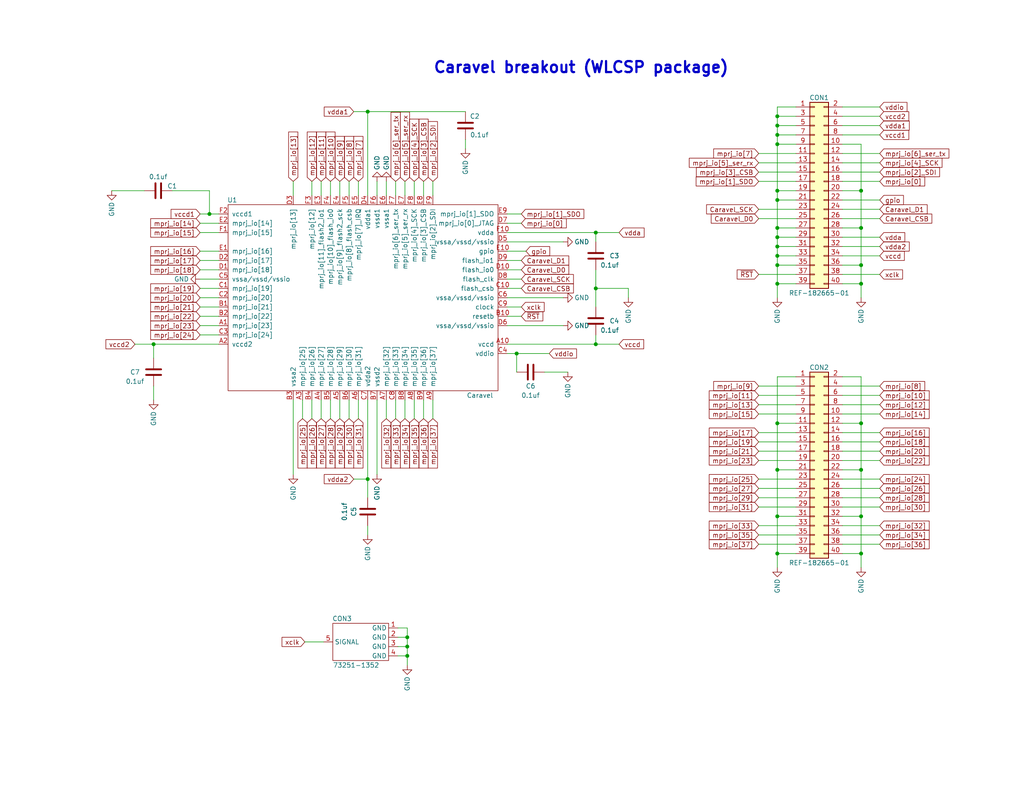
<source format=kicad_sch>
(kicad_sch (version 20230121) (generator eeschema)
  (paper "A")
  (title_block (title "Caravel breakout (WLCSP package)") (date "2023-06-20") (rev "A2"))
  (lib_symbols
    (symbol "Connector_Generic:Conn_02x20_Odd_Even" (pin_names (offset 1.016) hide)
      (property "Reference" "J" (at 1.27 25.4 0))
      (property "Value" "Conn_02x20_Odd_Even" (at 1.27 -27.94 0))
      (symbol "Conn_02x20_Odd_Even_1_1"
        (rectangle (start -1.27 -25.273) (end 0 -25.527) (stroke (width 0.1524)))
        (rectangle (start -1.27 -22.733) (end 0 -22.987) (stroke (width 0.1524)))
        (rectangle (start -1.27 -20.193) (end 0 -20.447) (stroke (width 0.1524)))
        (rectangle (start -1.27 -17.653) (end 0 -17.907) (stroke (width 0.1524)))
        (rectangle (start -1.27 -15.113) (end 0 -15.367) (stroke (width 0.1524)))
        (rectangle (start -1.27 -12.573) (end 0 -12.827) (stroke (width 0.1524)))
        (rectangle (start -1.27 -10.033) (end 0 -10.287) (stroke (width 0.1524)))
        (rectangle (start -1.27 -7.493) (end 0 -7.747) (stroke (width 0.1524)))
        (rectangle (start -1.27 -4.953) (end 0 -5.207) (stroke (width 0.1524)))
        (rectangle (start -1.27 -2.413) (end 0 -2.667) (stroke (width 0.1524)))
        (rectangle (start -1.27 0.127) (end 0 -0.127) (stroke (width 0.1524)))
        (rectangle (start -1.27 2.667) (end 0 2.413) (stroke (width 0.1524)))
        (rectangle (start -1.27 5.207) (end 0 4.953) (stroke (width 0.1524)))
        (rectangle (start -1.27 7.747) (end 0 7.493) (stroke (width 0.1524)))
        (rectangle (start -1.27 10.287) (end 0 10.033) (stroke (width 0.1524)))
        (rectangle (start -1.27 12.827) (end 0 12.573) (stroke (width 0.1524)))
        (rectangle (start -1.27 15.367) (end 0 15.113) (stroke (width 0.1524)))
        (rectangle (start -1.27 17.907) (end 0 17.653) (stroke (width 0.1524)))
        (rectangle (start -1.27 20.447) (end 0 20.193) (stroke (width 0.1524)))
        (rectangle (start -1.27 22.987) (end 0 22.733) (stroke (width 0.1524)))
        (rectangle (start -1.27 24.13) (end 3.81 -26.67) (stroke (width 0.254)) (fill (type background)))
        (rectangle (start 3.81 -25.273) (end 2.54 -25.527) (stroke (width 0.1524)))
        (rectangle (start 3.81 -22.733) (end 2.54 -22.987) (stroke (width 0.1524)))
        (rectangle (start 3.81 -20.193) (end 2.54 -20.447) (stroke (width 0.1524)))
        (rectangle (start 3.81 -17.653) (end 2.54 -17.907) (stroke (width 0.1524)))
        (rectangle (start 3.81 -15.113) (end 2.54 -15.367) (stroke (width 0.1524)))
        (rectangle (start 3.81 -12.573) (end 2.54 -12.827) (stroke (width 0.1524)))
        (rectangle (start 3.81 -10.033) (end 2.54 -10.287) (stroke (width 0.1524)))
        (rectangle (start 3.81 -7.493) (end 2.54 -7.747) (stroke (width 0.1524)))
        (rectangle (start 3.81 -4.953) (end 2.54 -5.207) (stroke (width 0.1524)))
        (rectangle (start 3.81 -2.413) (end 2.54 -2.667) (stroke (width 0.1524)))
        (rectangle (start 3.81 0.127) (end 2.54 -0.127) (stroke (width 0.1524)))
        (rectangle (start 3.81 2.667) (end 2.54 2.413) (stroke (width 0.1524)))
        (rectangle (start 3.81 5.207) (end 2.54 4.953) (stroke (width 0.1524)))
        (rectangle (start 3.81 7.747) (end 2.54 7.493) (stroke (width 0.1524)))
        (rectangle (start 3.81 10.287) (end 2.54 10.033) (stroke (width 0.1524)))
        (rectangle (start 3.81 12.827) (end 2.54 12.573) (stroke (width 0.1524)))
        (rectangle (start 3.81 15.367) (end 2.54 15.113) (stroke (width 0.1524)))
        (rectangle (start 3.81 17.907) (end 2.54 17.653) (stroke (width 0.1524)))
        (rectangle (start 3.81 20.447) (end 2.54 20.193) (stroke (width 0.1524)))
        (rectangle (start 3.81 22.987) (end 2.54 22.733) (stroke (width 0.1524)))
        (pin passive line (at -5.08 22.86 0) (length 3.81) (name "Pin_1") (number "1"))
        (pin passive line (at 7.62 12.7 180) (length 3.81) (name "Pin_10") (number "10"))
        (pin passive line (at -5.08 10.16 0) (length 3.81) (name "Pin_11") (number "11"))
        (pin passive line (at 7.62 10.16 180) (length 3.81) (name "Pin_12") (number "12"))
        (pin passive line (at -5.08 7.62 0) (length 3.81) (name "Pin_13") (number "13"))
        (pin passive line (at 7.62 7.62 180) (length 3.81) (name "Pin_14") (number "14"))
        (pin passive line (at -5.08 5.08 0) (length 3.81) (name "Pin_15") (number "15"))
        (pin passive line (at 7.62 5.08 180) (length 3.81) (name "Pin_16") (number "16"))
        (pin passive line (at -5.08 2.54 0) (length 3.81) (name "Pin_17") (number "17"))
        (pin passive line (at 7.62 2.54 180) (length 3.81) (name "Pin_18") (number "18"))
        (pin passive line (at -5.08 0 0) (length 3.81) (name "Pin_19") (number "19"))
        (pin passive line (at 7.62 22.86 180) (length 3.81) (name "Pin_2") (number "2"))
        (pin passive line (at 7.62 0 180) (length 3.81) (name "Pin_20") (number "20"))
        (pin passive line (at -5.08 -2.54 0) (length 3.81) (name "Pin_21") (number "21"))
        (pin passive line (at 7.62 -2.54 180) (length 3.81) (name "Pin_22") (number "22"))
        (pin passive line (at -5.08 -5.08 0) (length 3.81) (name "Pin_23") (number "23"))
        (pin passive line (at 7.62 -5.08 180) (length 3.81) (name "Pin_24") (number "24"))
        (pin passive line (at -5.08 -7.62 0) (length 3.81) (name "Pin_25") (number "25"))
        (pin passive line (at 7.62 -7.62 180) (length 3.81) (name "Pin_26") (number "26"))
        (pin passive line (at -5.08 -10.16 0) (length 3.81) (name "Pin_27") (number "27"))
        (pin passive line (at 7.62 -10.16 180) (length 3.81) (name "Pin_28") (number "28"))
        (pin passive line (at -5.08 -12.7 0) (length 3.81) (name "Pin_29") (number "29"))
        (pin passive line (at -5.08 20.32 0) (length 3.81) (name "Pin_3") (number "3"))
        (pin passive line (at 7.62 -12.7 180) (length 3.81) (name "Pin_30") (number "30"))
        (pin passive line (at -5.08 -15.24 0) (length 3.81) (name "Pin_31") (number "31"))
        (pin passive line (at 7.62 -15.24 180) (length 3.81) (name "Pin_32") (number "32"))
        (pin passive line (at -5.08 -17.78 0) (length 3.81) (name "Pin_33") (number "33"))
        (pin passive line (at 7.62 -17.78 180) (length 3.81) (name "Pin_34") (number "34"))
        (pin passive line (at -5.08 -20.32 0) (length 3.81) (name "Pin_35") (number "35"))
        (pin passive line (at 7.62 -20.32 180) (length 3.81) (name "Pin_36") (number "36"))
        (pin passive line (at -5.08 -22.86 0) (length 3.81) (name "Pin_37") (number "37"))
        (pin passive line (at 7.62 -22.86 180) (length 3.81) (name "Pin_38") (number "38"))
        (pin passive line (at -5.08 -25.4 0) (length 3.81) (name "Pin_39") (number "39"))
        (pin passive line (at 7.62 20.32 180) (length 3.81) (name "Pin_4") (number "4"))
        (pin passive line (at 7.62 -25.4 180) (length 3.81) (name "Pin_40") (number "40"))
        (pin passive line (at -5.08 17.78 0) (length 3.81) (name "Pin_5") (number "5"))
        (pin passive line (at 7.62 17.78 180) (length 3.81) (name "Pin_6") (number "6"))
        (pin passive line (at -5.08 15.24 0) (length 3.81) (name "Pin_7") (number "7"))
        (pin passive line (at 7.62 15.24 180) (length 3.81) (name "Pin_8") (number "8"))
        (pin passive line (at -5.08 12.7 0) (length 3.81) (name "Pin_9") (number "9"))
      )
    )
    (symbol "Device:C" (pin_numbers hide) (pin_names (offset 0.254))
      (property "Reference" "C" (at 0.635 2.54 0))
      (property "Value" "C" (at 0.635 -2.54 0))
      (symbol "C_0_1"
        (polyline (pts (xy -2.032 -0.762) (xy 2.032 -0.762)) (stroke (width 0.508)))
        (polyline (pts (xy -2.032 0.762) (xy 2.032 0.762)) (stroke (width 0.508)))
      )
      (symbol "C_1_1"
        (pin passive line (at 0 3.81 270) (length 2.794) (name "~") (number "1"))
        (pin passive line (at 0 -3.81 90) (length 2.794) (name "~") (number "2"))
      )
    )
    (symbol "ok-chips:Caravel_WLCSP" (pin_names (offset 1.016))
      (property "Reference" "U" (at -24.13 34.29 0))
      (property "Value" "Caravel_WLCSP" (at 27.94 -40.64 0))
      (symbol "Caravel_WLCSP_0_1"
        (rectangle (start -24.13 31.75) (end 26.67 -41.91))
      )
      (symbol "Caravel_WLCSP_1_1"
        (pin bidirectional line (at -6.35 34.29 270) (length 2.54) (name "mprj_io[23]") (number "A1"))
        (pin power_in line (at -11.43 -44.45 90) (length 2.54) (name "vccd") (number "A10"))
        (pin power_in line (at -11.43 34.29 270) (length 2.54) (name "vccd2") (number "A2"))
        (pin bidirectional line (at -26.67 11.43 0) (length 2.54) (name "mprj_io[25]") (number "A3"))
        (pin bidirectional line (at -26.67 6.35 0) (length 2.54) (name "mprj_io[27]") (number "A4"))
        (pin bidirectional line (at -26.67 1.27 0) (length 2.54) (name "mprj_io[29]") (number "A5"))
        (pin bidirectional line (at -26.67 -3.81 0) (length 2.54) (name "mprj_io[31]") (number "A6"))
        (pin bidirectional line (at -26.67 -11.43 0) (length 2.54) (name "mprj_io[32]") (number "A7"))
        (pin bidirectional line (at -26.67 -19.05 0) (length 2.54) (name "mprj_io[35]") (number "A8"))
        (pin bidirectional line (at -26.67 -24.13 0) (length 2.54) (name "mprj_io[37]") (number "A9"))
        (pin bidirectional line (at -1.27 34.29 270) (length 2.54) (name "mprj_io[21]") (number "B1"))
        (pin input line (at -3.81 -44.45 90) (length 2.54) (name "resetb") (number "B10"))
        (pin bidirectional line (at -3.81 34.29 270) (length 2.54) (name "mprj_io[22]") (number "B2"))
        (pin power_in line (at -26.67 13.97 0) (length 2.54) (name "vssa2") (number "B3"))
        (pin bidirectional line (at -26.67 8.89 0) (length 2.54) (name "mprj_io[26]") (number "B4"))
        (pin bidirectional line (at -26.67 3.81 0) (length 2.54) (name "mprj_io[28]") (number "B5"))
        (pin bidirectional line (at -26.67 -1.27 0) (length 2.54) (name "mprj_io[30]") (number "B6"))
        (pin power_in line (at -26.67 -8.89 0) (length 2.54) (name "vssd2") (number "B7"))
        (pin bidirectional line (at -26.67 -16.51 0) (length 2.54) (name "mprj_io[34]") (number "B8"))
        (pin bidirectional line (at -26.67 -21.59 0) (length 2.54) (name "mprj_io[36]") (number "B9"))
        (pin bidirectional line (at 3.81 34.29 270) (length 2.54) (name "mprj_io[19]") (number "C1"))
        (pin output line (at 3.81 -44.45 90) (length 2.54) (name "flash_csb") (number "C10"))
        (pin bidirectional line (at 1.27 34.29 270) (length 2.54) (name "mprj_io[20]") (number "C2"))
        (pin bidirectional line (at -8.89 34.29 270) (length 2.54) (name "mprj_io[24]") (number "C3"))
        (pin power_in line (at -13.97 -44.45 90) (length 2.54) (name "vddio") (number "C4"))
        (pin power_in line (at 6.35 34.29 270) (length 2.54) (name "vssa/vssd/vssio") (number "C5"))
        (pin power_in line (at 1.27 -44.45 90) (length 2.54) (name "vssa/vssd/vssio") (number "C6"))
        (pin power_in line (at -26.67 -6.35 0) (length 2.54) (name "vdda2") (number "C7"))
        (pin bidirectional line (at -26.67 -13.97 0) (length 2.54) (name "mprj_io[33]") (number "C8"))
        (pin input line (at -1.27 -44.45 90) (length 2.54) (name "clock") (number "C9"))
        (pin bidirectional line (at 8.89 34.29 270) (length 2.54) (name "mprj_io[18]") (number "D1"))
        (pin bidirectional line (at 8.89 -44.45 90) (length 2.54) (name "flash_io0") (number "D10"))
        (pin bidirectional line (at 11.43 34.29 270) (length 2.54) (name "mprj_io[17]") (number "D2"))
        (pin bidirectional line (at 29.21 13.97 180) (length 2.54) (name "mprj_io[13]") (number "D3"))
        (pin power_in line (at 29.21 -6.35 180) (length 2.54) (name "vdda1") (number "D4"))
        (pin power_in line (at 16.51 -44.45 90) (length 2.54) (name "vssa/vssd/vssio") (number "D5"))
        (pin power_in line (at -6.35 -44.45 90) (length 2.54) (name "vssa/vssd/vssio") (number "D6"))
        (pin bidirectional line (at 21.59 -44.45 90) (length 2.54) (name "mprj_io[0]_JTAG") (number "D7"))
        (pin output line (at 6.35 -44.45 90) (length 2.54) (name "flash_clk") (number "D8"))
        (pin bidirectional line (at 11.43 -44.45 90) (length 2.54) (name "flash_io1") (number "D9"))
        (pin bidirectional line (at 13.97 34.29 270) (length 2.54) (name "mprj_io[16]") (number "E1"))
        (pin bidirectional line (at 13.97 -44.45 90) (length 2.54) (name "gpio") (number "E10"))
        (pin bidirectional line (at 21.59 34.29 270) (length 2.54) (name "mprj_io[14]") (number "E2"))
        (pin bidirectional line (at 29.21 6.35 180) (length 2.54) (name "mprj_io[11]_flash2_io1") (number "E3"))
        (pin bidirectional line (at 29.21 1.27 180) (length 2.54) (name "mprj_io[9]_flash2_sck") (number "E4"))
        (pin bidirectional line (at 29.21 -3.81 180) (length 2.54) (name "mprj_io[7]_IRQ") (number "E5"))
        (pin power_in line (at 29.21 -11.43 180) (length 2.54) (name "vssa1") (number "E6"))
        (pin bidirectional line (at 29.21 -16.51 180) (length 2.54) (name "mprj_io[5]_ser_rx") (number "E7"))
        (pin bidirectional line (at 29.21 -21.59 180) (length 2.54) (name "mprj_io[3]_CSB") (number "E8"))
        (pin bidirectional line (at 24.13 -44.45 90) (length 2.54) (name "mprj_io[1]_SDO") (number "E9"))
        (pin bidirectional line (at 19.05 34.29 270) (length 2.54) (name "mprj_io[15]") (number "F1"))
        (pin power_in line (at 19.05 -44.45 90) (length 2.54) (name "vdda") (number "F10"))
        (pin power_in line (at 24.13 34.29 270) (length 2.54) (name "vccd1") (number "F2"))
        (pin bidirectional line (at 29.21 8.89 180) (length 2.54) (name "mprj_io[12]") (number "F3"))
        (pin bidirectional line (at 29.21 3.81 180) (length 2.54) (name "mprj_io[10]_flash_io0") (number "F4"))
        (pin bidirectional line (at 29.21 -1.27 180) (length 2.54) (name "mprj_io[8]_flash_csb") (number "F5"))
        (pin power_in line (at 29.21 -8.89 180) (length 2.54) (name "vssd1") (number "F6"))
        (pin bidirectional line (at 29.21 -13.97 180) (length 2.54) (name "mprj_io[6]_ser_tx") (number "F7"))
        (pin bidirectional line (at 29.21 -19.05 180) (length 2.54) (name "mprj_io[4]_SCK") (number "F8"))
        (pin bidirectional line (at 29.21 -24.13 180) (length 2.54) (name "mprj_io[2]_SDI") (number "F9"))
      )
    )
    (symbol "ok-connectors:SMA_TH"
      (property "Reference" "CON" (at -5.08 6.35 0))
      (property "Value" "SMA_TH" (at -2.54 -6.35 0))
      (symbol "SMA_TH_0_1"
        (rectangle (start -7.62 5.08) (end 7.62 -5.08))
      )
      (symbol "SMA_TH_1_1"
        (pin input line (at 10.16 3.81 180) (length 2.54) (name "GND") (number "1"))
        (pin input line (at 10.16 1.27 180) (length 2.54) (name "GND") (number "2"))
        (pin input line (at 10.16 -1.27 180) (length 2.54) (name "GND") (number "3"))
        (pin input line (at 10.16 -3.81 180) (length 2.54) (name "GND") (number "4"))
        (pin input line (at -10.16 0 0) (length 2.54) (name "SIGNAL") (number "5"))
      )
    )
    (symbol "power:GND" (power) (pin_names (offset 0))
      (property "Value" "GND" (at 0 -3.81 0))
      (symbol "GND_0_1"
        (polyline (pts (xy 0 0) (xy 0 -1.27) (xy 1.27 -1.27) (xy 0 -2.54) (xy -1.27 -1.27) (xy 0 -1.27)))
      )
      (symbol "GND_1_1"
        (pin power_in line (at 0 0 270) (length 0) hide (name "GND") (number "1"))
      )
    )
  )
  (junction (at 41.91 93.98))
  (junction (at 111.125 176.53))
  (junction (at 212.09 62.23))
  (junction (at 162.56 63.5))
  (junction (at 212.09 52.07))
  (junction (at 212.09 64.77))
  (junction (at 212.09 34.29))
  (junction (at 100.33 130.81))
  (junction (at 111.125 179.07))
  (junction (at 234.95 62.23))
  (junction (at 162.56 93.98))
  (junction (at 111.125 173.99))
  (junction (at 212.09 128.27))
  (junction (at 212.09 36.83))
  (junction (at 140.97 96.52))
  (junction (at 100.33 30.48))
  (junction (at 212.09 67.31))
  (junction (at 234.95 140.97))
  (junction (at 162.56 78.74))
  (junction (at 212.09 69.85))
  (junction (at 212.09 72.39))
  (junction (at 57.15 58.42))
  (junction (at 212.09 77.47))
  (junction (at 234.95 151.13))
  (junction (at 212.09 115.57))
  (junction (at 212.09 151.13))
  (junction (at 234.95 115.57))
  (junction (at 234.95 52.07))
  (junction (at 212.09 39.37))
  (junction (at 212.09 31.75))
  (junction (at 234.95 128.27))
  (junction (at 212.09 54.61))
  (junction (at 234.95 72.39))
  (junction (at 212.09 140.97))
  (junction (at 234.95 77.47))
  (wire (pts (xy 229.87 120.65) (xy 240.03 120.65)))
  (wire (pts (xy 229.87 135.89) (xy 240.03 135.89)))
  (wire (pts (xy 100.33 30.48) (xy 100.33 53.34)))
  (wire (pts (xy 108.585 176.53) (xy 111.125 176.53)))
  (wire (pts (xy 207.01 74.93) (xy 217.17 74.93)))
  (wire (pts (xy 140.97 96.52) (xy 138.43 96.52)))
  (wire (pts (xy 217.17 69.85) (xy 212.09 69.85)))
  (wire (pts (xy 229.87 29.21) (xy 240.03 29.21)))
  (wire (pts (xy 207.01 59.69) (xy 217.17 59.69)))
  (wire (pts (xy 59.69 83.82) (xy 54.61 83.82)))
  (wire (pts (xy 168.91 63.5) (xy 162.56 63.5)))
  (wire (pts (xy 229.87 74.93) (xy 240.03 74.93)))
  (wire (pts (xy 229.87 105.41) (xy 240.03 105.41)))
  (wire (pts (xy 207.01 113.03) (xy 217.17 113.03)))
  (wire (pts (xy 212.09 36.83) (xy 212.09 39.37)))
  (wire (pts (xy 59.69 73.66) (xy 54.61 73.66)))
  (wire (pts (xy 229.87 118.11) (xy 240.03 118.11)))
  (wire (pts (xy 111.125 173.99) (xy 111.125 176.53)))
  (wire (pts (xy 212.09 102.87) (xy 212.09 115.57)))
  (wire (pts (xy 229.87 115.57) (xy 234.95 115.57)))
  (wire (pts (xy 229.87 125.73) (xy 240.03 125.73)))
  (wire (pts (xy 207.01 123.19) (xy 217.17 123.19)))
  (wire (pts (xy 212.09 128.27) (xy 212.09 140.97)))
  (wire (pts (xy 100.33 30.48) (xy 127 30.48)))
  (wire (pts (xy 207.01 118.11) (xy 217.17 118.11)))
  (wire (pts (xy 140.97 96.52) (xy 140.97 101.6)))
  (wire (pts (xy 41.91 93.98) (xy 36.83 93.98)))
  (wire (pts (xy 229.87 34.29) (xy 240.03 34.29)))
  (wire (pts (xy 82.55 114.3) (xy 82.55 109.22)))
  (wire (pts (xy 80.01 49.53) (xy 80.01 53.34)))
  (wire (pts (xy 142.24 71.12) (xy 138.43 71.12)))
  (wire (pts (xy 207.01 125.73) (xy 217.17 125.73)))
  (wire (pts (xy 80.01 129.54) (xy 80.01 109.22)))
  (wire (pts (xy 115.57 114.3) (xy 115.57 109.22)))
  (wire (pts (xy 212.09 31.75) (xy 217.17 31.75)))
  (wire (pts (xy 229.87 110.49) (xy 240.03 110.49)))
  (wire (pts (xy 229.87 62.23) (xy 234.95 62.23)))
  (wire (pts (xy 229.87 49.53) (xy 240.03 49.53)))
  (wire (pts (xy 30.48 52.07) (xy 39.37 52.07)))
  (wire (pts (xy 234.95 128.27) (xy 234.95 140.97)))
  (wire (pts (xy 83.185 175.26) (xy 88.265 175.26)))
  (wire (pts (xy 57.15 58.42) (xy 59.69 58.42)))
  (wire (pts (xy 229.87 146.05) (xy 240.03 146.05)))
  (wire (pts (xy 113.03 114.3) (xy 113.03 109.22)))
  (wire (pts (xy 207.01 49.53) (xy 217.17 49.53)))
  (wire (pts (xy 142.24 83.82) (xy 138.43 83.82)))
  (wire (pts (xy 217.17 102.87) (xy 212.09 102.87)))
  (wire (pts (xy 229.87 57.15) (xy 240.03 57.15)))
  (wire (pts (xy 92.71 114.3) (xy 92.71 109.22)))
  (wire (pts (xy 41.91 93.98) (xy 59.69 93.98)))
  (wire (pts (xy 229.87 140.97) (xy 234.95 140.97)))
  (wire (pts (xy 97.79 114.3) (xy 97.79 109.22)))
  (wire (pts (xy 229.87 123.19) (xy 240.03 123.19)))
  (wire (pts (xy 212.09 64.77) (xy 212.09 67.31)))
  (wire (pts (xy 110.49 114.3) (xy 110.49 109.22)))
  (wire (pts (xy 212.09 39.37) (xy 217.17 39.37)))
  (wire (pts (xy 207.01 146.05) (xy 217.17 146.05)))
  (wire (pts (xy 207.01 143.51) (xy 217.17 143.51)))
  (wire (pts (xy 168.91 93.98) (xy 162.56 93.98)))
  (wire (pts (xy 207.01 138.43) (xy 217.17 138.43)))
  (wire (pts (xy 100.33 135.89) (xy 100.33 130.81)))
  (wire (pts (xy 41.91 93.98) (xy 41.91 97.79)))
  (wire (pts (xy 100.33 130.81) (xy 100.33 109.22)))
  (wire (pts (xy 212.09 34.29) (xy 212.09 36.83)))
  (wire (pts (xy 212.09 54.61) (xy 212.09 62.23)))
  (wire (pts (xy 229.87 107.95) (xy 240.03 107.95)))
  (wire (pts (xy 229.87 72.39) (xy 234.95 72.39)))
  (wire (pts (xy 212.09 69.85) (xy 212.09 72.39)))
  (wire (pts (xy 207.01 120.65) (xy 217.17 120.65)))
  (wire (pts (xy 90.17 49.53) (xy 90.17 53.34)))
  (wire (pts (xy 212.09 140.97) (xy 217.17 140.97)))
  (wire (pts (xy 229.87 67.31) (xy 240.03 67.31)))
  (wire (pts (xy 105.41 49.53) (xy 105.41 53.34)))
  (wire (pts (xy 142.24 73.66) (xy 138.43 73.66)))
  (wire (pts (xy 212.09 151.13) (xy 212.09 154.94)))
  (wire (pts (xy 142.24 78.74) (xy 138.43 78.74)))
  (wire (pts (xy 111.125 179.07) (xy 111.125 181.61)))
  (wire (pts (xy 111.125 176.53) (xy 111.125 179.07)))
  (wire (pts (xy 110.49 49.53) (xy 110.49 53.34)))
  (wire (pts (xy 212.09 77.47) (xy 217.17 77.47)))
  (wire (pts (xy 100.33 143.51) (xy 100.33 146.05)))
  (wire (pts (xy 90.17 114.3) (xy 90.17 109.22)))
  (wire (pts (xy 234.95 72.39) (xy 234.95 77.47)))
  (wire (pts (xy 85.09 114.3) (xy 85.09 109.22)))
  (wire (pts (xy 87.63 114.3) (xy 87.63 109.22)))
  (wire (pts (xy 118.11 53.34) (xy 118.11 49.53)))
  (wire (pts (xy 229.87 130.81) (xy 240.03 130.81)))
  (wire (pts (xy 162.56 93.98) (xy 138.43 93.98)))
  (wire (pts (xy 234.95 77.47) (xy 234.95 81.28)))
  (wire (pts (xy 153.67 66.04) (xy 138.43 66.04)))
  (wire (pts (xy 234.95 140.97) (xy 234.95 151.13)))
  (wire (pts (xy 162.56 78.74) (xy 162.56 83.82)))
  (wire (pts (xy 57.15 58.42) (xy 57.15 52.07)))
  (wire (pts (xy 212.09 31.75) (xy 212.09 34.29)))
  (wire (pts (xy 229.87 148.59) (xy 240.03 148.59)))
  (wire (pts (xy 229.87 138.43) (xy 240.03 138.43)))
  (wire (pts (xy 217.17 72.39) (xy 212.09 72.39)))
  (wire (pts (xy 217.17 64.77) (xy 212.09 64.77)))
  (wire (pts (xy 143.51 68.58) (xy 138.43 68.58)))
  (wire (pts (xy 229.87 46.99) (xy 240.03 46.99)))
  (wire (pts (xy 59.69 91.44) (xy 54.61 91.44)))
  (wire (pts (xy 107.95 49.53) (xy 107.95 53.34)))
  (wire (pts (xy 162.56 91.44) (xy 162.56 93.98)))
  (wire (pts (xy 95.25 49.53) (xy 95.25 53.34)))
  (wire (pts (xy 207.01 44.45) (xy 217.17 44.45)))
  (wire (pts (xy 229.87 64.77) (xy 240.03 64.77)))
  (wire (pts (xy 138.43 63.5) (xy 162.56 63.5)))
  (wire (pts (xy 92.71 49.53) (xy 92.71 53.34)))
  (wire (pts (xy 100.33 130.81) (xy 96.52 130.81)))
  (wire (pts (xy 162.56 73.66) (xy 162.56 78.74)))
  (wire (pts (xy 57.15 52.07) (xy 46.99 52.07)))
  (wire (pts (xy 113.03 49.53) (xy 113.03 53.34)))
  (wire (pts (xy 212.09 67.31) (xy 212.09 69.85)))
  (wire (pts (xy 142.24 76.2) (xy 138.43 76.2)))
  (wire (pts (xy 207.01 110.49) (xy 217.17 110.49)))
  (wire (pts (xy 108.585 173.99) (xy 111.125 173.99)))
  (wire (pts (xy 207.01 107.95) (xy 217.17 107.95)))
  (wire (pts (xy 207.01 148.59) (xy 217.17 148.59)))
  (wire (pts (xy 59.69 81.28) (xy 54.61 81.28)))
  (wire (pts (xy 100.33 30.48) (xy 96.52 30.48)))
  (wire (pts (xy 212.09 29.21) (xy 217.17 29.21)))
  (wire (pts (xy 212.09 115.57) (xy 212.09 128.27)))
  (wire (pts (xy 59.69 68.58) (xy 54.61 68.58)))
  (wire (pts (xy 229.87 113.03) (xy 240.03 113.03)))
  (wire (pts (xy 229.87 41.91) (xy 240.03 41.91)))
  (wire (pts (xy 234.95 115.57) (xy 234.95 128.27)))
  (wire (pts (xy 229.87 102.87) (xy 234.95 102.87)))
  (wire (pts (xy 108.585 171.45) (xy 111.125 171.45)))
  (wire (pts (xy 97.79 49.53) (xy 97.79 53.34)))
  (wire (pts (xy 207.01 41.91) (xy 217.17 41.91)))
  (wire (pts (xy 59.69 71.12) (xy 54.61 71.12)))
  (wire (pts (xy 212.09 128.27) (xy 217.17 128.27)))
  (wire (pts (xy 212.09 29.21) (xy 212.09 31.75)))
  (wire (pts (xy 127 40.64) (xy 127 38.1)))
  (wire (pts (xy 102.87 53.34) (xy 102.87 49.53)))
  (wire (pts (xy 217.17 62.23) (xy 212.09 62.23)))
  (wire (pts (xy 212.09 115.57) (xy 217.17 115.57)))
  (wire (pts (xy 229.87 44.45) (xy 240.03 44.45)))
  (wire (pts (xy 59.69 78.74) (xy 54.61 78.74)))
  (wire (pts (xy 234.95 151.13) (xy 234.95 154.94)))
  (wire (pts (xy 229.87 59.69) (xy 240.03 59.69)))
  (wire (pts (xy 115.57 49.53) (xy 115.57 53.34)))
  (wire (pts (xy 229.87 31.75) (xy 240.03 31.75)))
  (wire (pts (xy 229.87 151.13) (xy 234.95 151.13)))
  (wire (pts (xy 229.87 52.07) (xy 234.95 52.07)))
  (wire (pts (xy 207.01 57.15) (xy 217.17 57.15)))
  (wire (pts (xy 153.67 88.9) (xy 138.43 88.9)))
  (wire (pts (xy 229.87 69.85) (xy 240.03 69.85)))
  (wire (pts (xy 212.09 52.07) (xy 212.09 54.61)))
  (wire (pts (xy 54.61 63.5) (xy 59.69 63.5)))
  (wire (pts (xy 108.585 179.07) (xy 111.125 179.07)))
  (wire (pts (xy 85.09 49.53) (xy 85.09 53.34)))
  (wire (pts (xy 212.09 34.29) (xy 217.17 34.29)))
  (wire (pts (xy 229.87 77.47) (xy 234.95 77.47)))
  (wire (pts (xy 154.94 101.6) (xy 148.59 101.6)))
  (wire (pts (xy 105.41 114.3) (xy 105.41 109.22)))
  (wire (pts (xy 212.09 39.37) (xy 212.09 52.07)))
  (wire (pts (xy 229.87 133.35) (xy 240.03 133.35)))
  (wire (pts (xy 229.87 39.37) (xy 234.95 39.37)))
  (wire (pts (xy 59.69 86.36) (xy 54.61 86.36)))
  (wire (pts (xy 212.09 151.13) (xy 217.17 151.13)))
  (wire (pts (xy 229.87 143.51) (xy 240.03 143.51)))
  (wire (pts (xy 140.97 96.52) (xy 149.86 96.52)))
  (wire (pts (xy 212.09 77.47) (xy 212.09 81.28)))
  (wire (pts (xy 171.45 78.74) (xy 171.45 81.28)))
  (wire (pts (xy 41.91 105.41) (xy 41.91 109.22)))
  (wire (pts (xy 212.09 140.97) (xy 212.09 151.13)))
  (wire (pts (xy 207.01 135.89) (xy 217.17 135.89)))
  (wire (pts (xy 229.87 36.83) (xy 240.03 36.83)))
  (wire (pts (xy 207.01 130.81) (xy 217.17 130.81)))
  (wire (pts (xy 234.95 39.37) (xy 234.95 52.07)))
  (wire (pts (xy 54.61 58.42) (xy 57.15 58.42)))
  (wire (pts (xy 234.95 62.23) (xy 234.95 72.39)))
  (wire (pts (xy 142.24 58.42) (xy 138.43 58.42)))
  (wire (pts (xy 212.09 36.83) (xy 217.17 36.83)))
  (wire (pts (xy 212.09 54.61) (xy 217.17 54.61)))
  (wire (pts (xy 107.95 114.3) (xy 107.95 109.22)))
  (wire (pts (xy 87.63 49.53) (xy 87.63 53.34)))
  (wire (pts (xy 207.01 133.35) (xy 217.17 133.35)))
  (wire (pts (xy 153.67 81.28) (xy 138.43 81.28)))
  (wire (pts (xy 207.01 46.99) (xy 217.17 46.99)))
  (wire (pts (xy 118.11 114.3) (xy 118.11 109.22)))
  (wire (pts (xy 95.25 114.3) (xy 95.25 109.22)))
  (wire (pts (xy 54.61 76.2) (xy 59.69 76.2)))
  (wire (pts (xy 234.95 102.87) (xy 234.95 115.57)))
  (wire (pts (xy 162.56 63.5) (xy 162.56 66.04)))
  (wire (pts (xy 142.24 86.36) (xy 138.43 86.36)))
  (wire (pts (xy 212.09 62.23) (xy 212.09 64.77)))
  (wire (pts (xy 234.95 52.07) (xy 234.95 62.23)))
  (wire (pts (xy 229.87 128.27) (xy 234.95 128.27)))
  (wire (pts (xy 162.56 78.74) (xy 171.45 78.74)))
  (wire (pts (xy 59.69 88.9) (xy 54.61 88.9)))
  (wire (pts (xy 111.125 171.45) (xy 111.125 173.99)))
  (wire (pts (xy 207.01 105.41) (xy 217.17 105.41)))
  (wire (pts (xy 229.87 54.61) (xy 240.03 54.61)))
  (wire (pts (xy 217.17 67.31) (xy 212.09 67.31)))
  (wire (pts (xy 59.69 60.96) (xy 54.61 60.96)))
  (wire (pts (xy 102.87 129.54) (xy 102.87 109.22)))
  (wire (pts (xy 212.09 72.39) (xy 212.09 77.47)))
  (wire (pts (xy 212.09 52.07) (xy 217.17 52.07)))
  (wire (pts (xy 142.24 60.96) (xy 138.43 60.96)))
  (text "Caravel breakout (WLCSP package)" (at 118.11 20.32 0) (effects (font (size 3 3) (thickness 0.6) bold) (justify left bottom)))
  (global_label "mprj_io[11]" (shape input) (at 207.01 107.95 180) (property "Intersheetrefs" "${INTERSHEET_REFS}" (effects hide)))
  (global_label "mprj_io[10]" (shape input) (at 240.03 107.95 0) (property "Intersheetrefs" "${INTERSHEET_REFS}" (effects hide)))
  (global_label "mprj_io[17]" (shape input) (at 54.61 71.12 180) (property "Intersheetrefs" "${INTERSHEET_REFS}" (effects hide)))
  (global_label "mprj_io[13]" (shape input) (at 80.01 49.53 90) (property "Intersheetrefs" "${INTERSHEET_REFS}" (effects hide)))
  (global_label "mprj_io[10]" (shape input) (at 90.17 49.53 90) (property "Intersheetrefs" "${INTERSHEET_REFS}" (effects hide)))
  (global_label "vccd2" (shape input) (at 36.83 93.98 180) (property "Intersheetrefs" "${INTERSHEET_REFS}" (effects hide)))
  (global_label "vccd" (shape input) (at 168.91 93.98 0) (property "Intersheetrefs" "${INTERSHEET_REFS}" (effects hide)))
  (global_label "mprj_io[29]" (shape input) (at 92.71 114.3 270) (property "Intersheetrefs" "${INTERSHEET_REFS}" (effects hide)))
  (global_label "mprj_io[17]" (shape input) (at 207.01 118.11 180) (property "Intersheetrefs" "${INTERSHEET_REFS}" (effects hide)))
  (global_label "vdda1" (shape input) (at 96.52 30.48 180) (property "Intersheetrefs" "${INTERSHEET_REFS}" (effects hide)))
  (global_label "mprj_io[31]" (shape input) (at 97.79 114.3 270) (property "Intersheetrefs" "${INTERSHEET_REFS}" (effects hide)))
  (global_label "Caravel_CSB" (shape input) (at 142.24 78.74 0) (property "Intersheetrefs" "${INTERSHEET_REFS}" (effects hide)))
  (global_label "mprj_io[19]" (shape input) (at 207.01 120.65 180) (property "Intersheetrefs" "${INTERSHEET_REFS}" (effects hide)))
  (global_label "vdda1" (shape input) (at 240.03 34.29 0) (property "Intersheetrefs" "${INTERSHEET_REFS}" (effects hide)))
  (global_label "mprj_io[5]_ser_rx" (shape input) (at 110.49 49.53 90) (property "Intersheetrefs" "${INTERSHEET_REFS}" (effects hide)))
  (global_label "mprj_io[16]" (shape input) (at 54.61 68.58 180) (property "Intersheetrefs" "${INTERSHEET_REFS}" (effects hide)))
  (global_label "mprj_io[34]" (shape input) (at 110.49 114.3 270) (property "Intersheetrefs" "${INTERSHEET_REFS}" (effects hide)))
  (global_label "mprj_io[12]" (shape input) (at 85.09 49.53 90) (property "Intersheetrefs" "${INTERSHEET_REFS}" (effects hide)))
  (global_label "mprj_io[6]_ser_tx" (shape input) (at 240.03 41.91 0) (property "Intersheetrefs" "${INTERSHEET_REFS}" (effects hide)))
  (global_label "vddio" (shape input) (at 240.03 29.21 0) (property "Intersheetrefs" "${INTERSHEET_REFS}" (effects hide)))
  (global_label "mprj_io[14]" (shape input) (at 54.61 60.96 180) (property "Intersheetrefs" "${INTERSHEET_REFS}" (effects hide)))
  (global_label "mprj_io[24]" (shape input) (at 240.03 130.81 0) (property "Intersheetrefs" "${INTERSHEET_REFS}" (effects hide)))
  (global_label "mprj_io[35]" (shape input) (at 207.01 146.05 180) (property "Intersheetrefs" "${INTERSHEET_REFS}" (effects hide)))
  (global_label "mprj_io[36]" (shape input) (at 115.57 114.3 270) (property "Intersheetrefs" "${INTERSHEET_REFS}" (effects hide)))
  (global_label "mprj_io[28]" (shape input) (at 90.17 114.3 270) (property "Intersheetrefs" "${INTERSHEET_REFS}" (effects hide)))
  (global_label "mprj_io[15]" (shape input) (at 207.01 113.03 180) (property "Intersheetrefs" "${INTERSHEET_REFS}" (effects hide)))
  (global_label "mprj_io[22]" (shape input) (at 240.03 125.73 0) (property "Intersheetrefs" "${INTERSHEET_REFS}" (effects hide)))
  (global_label "mprj_io[34]" (shape input) (at 240.03 146.05 0) (property "Intersheetrefs" "${INTERSHEET_REFS}" (effects hide)))
  (global_label "mprj_io[25]" (shape input) (at 82.55 114.3 270) (property "Intersheetrefs" "${INTERSHEET_REFS}" (effects hide)))
  (global_label "mprj_io[28]" (shape input) (at 240.03 135.89 0) (property "Intersheetrefs" "${INTERSHEET_REFS}" (effects hide)))
  (global_label "mprj_io[37]" (shape input) (at 118.11 114.3 270) (property "Intersheetrefs" "${INTERSHEET_REFS}" (effects hide)))
  (global_label "mprj_io[14]" (shape input) (at 240.03 113.03 0) (property "Intersheetrefs" "${INTERSHEET_REFS}" (effects hide)))
  (global_label "vccd1" (shape input) (at 240.03 36.83 0) (property "Intersheetrefs" "${INTERSHEET_REFS}" (effects hide)))
  (global_label "mprj_io[4]_SCK" (shape input) (at 113.03 49.53 90) (property "Intersheetrefs" "${INTERSHEET_REFS}" (effects hide)))
  (global_label "mprj_io[1]_SDO" (shape input) (at 142.24 58.42 0) (property "Intersheetrefs" "${INTERSHEET_REFS}" (effects hide)))
  (global_label "mprj_io[35]" (shape input) (at 113.03 114.3 270) (property "Intersheetrefs" "${INTERSHEET_REFS}" (effects hide)))
  (global_label "mprj_io[15]" (shape input) (at 54.61 63.5 180) (property "Intersheetrefs" "${INTERSHEET_REFS}" (effects hide)))
  (global_label "mprj_io[30]" (shape input) (at 95.25 114.3 270) (property "Intersheetrefs" "${INTERSHEET_REFS}" (effects hide)))
  (global_label "Caravel_D0" (shape input) (at 207.01 59.69 180) (property "Intersheetrefs" "${INTERSHEET_REFS}" (effects hide)))
  (global_label "mprj_io[2]_SDI" (shape input) (at 118.11 49.53 90) (property "Intersheetrefs" "${INTERSHEET_REFS}" (effects hide)))
  (global_label "mprj_io[2]_SDI" (shape input) (at 240.03 46.99 0) (property "Intersheetrefs" "${INTERSHEET_REFS}" (effects hide)))
  (global_label "mprj_io[5]_ser_rx" (shape input) (at 207.01 44.45 180) (property "Intersheetrefs" "${INTERSHEET_REFS}" (effects hide)))
  (global_label "mprj_io[6]_ser_tx" (shape input) (at 107.95 49.53 90) (property "Intersheetrefs" "${INTERSHEET_REFS}" (effects hide)))
  (global_label "xclk" (shape input) (at 142.24 83.82 0) (property "Intersheetrefs" "${INTERSHEET_REFS}" (effects hide)))
  (global_label "vdda2" (shape input) (at 96.52 130.81 180) (property "Intersheetrefs" "${INTERSHEET_REFS}" (effects hide)))
  (global_label "mprj_io[12]" (shape input) (at 240.03 110.49 0) (property "Intersheetrefs" "${INTERSHEET_REFS}" (effects hide)))
  (global_label "vccd" (shape input) (at 240.03 69.85 0) (property "Intersheetrefs" "${INTERSHEET_REFS}" (effects hide)))
  (global_label "vddio" (shape input) (at 149.86 96.52 0) (property "Intersheetrefs" "${INTERSHEET_REFS}" (effects hide)))
  (global_label "Caravel_SCK" (shape input) (at 207.01 57.15 180) (property "Intersheetrefs" "${INTERSHEET_REFS}" (effects hide)))
  (global_label "mprj_io[18]" (shape input) (at 240.03 120.65 0) (property "Intersheetrefs" "${INTERSHEET_REFS}" (effects hide)))
  (global_label "mprj_io[25]" (shape input) (at 207.01 130.81 180) (property "Intersheetrefs" "${INTERSHEET_REFS}" (effects hide)))
  (global_label "mprj_io[21]" (shape input) (at 54.61 83.82 180) (property "Intersheetrefs" "${INTERSHEET_REFS}" (effects hide)))
  (global_label "mprj_io[22]" (shape input) (at 54.61 86.36 180) (property "Intersheetrefs" "${INTERSHEET_REFS}" (effects hide)))
  (global_label "mprj_io[26]" (shape input) (at 85.09 114.3 270) (property "Intersheetrefs" "${INTERSHEET_REFS}" (effects hide)))
  (global_label "mprj_io[33]" (shape input) (at 107.95 114.3 270) (property "Intersheetrefs" "${INTERSHEET_REFS}" (effects hide)))
  (global_label "mprj_io[27]" (shape input) (at 87.63 114.3 270) (property "Intersheetrefs" "${INTERSHEET_REFS}" (effects hide)))
  (global_label "Caravel_D1" (shape input) (at 142.24 71.12 0) (property "Intersheetrefs" "${INTERSHEET_REFS}" (effects hide)))
  (global_label "Caravel_D0" (shape input) (at 142.24 73.66 0) (property "Intersheetrefs" "${INTERSHEET_REFS}" (effects hide)))
  (global_label "mprj_io[37]" (shape input) (at 207.01 148.59 180) (property "Intersheetrefs" "${INTERSHEET_REFS}" (effects hide)))
  (global_label "mprj_io[23]" (shape input) (at 207.01 125.73 180) (property "Intersheetrefs" "${INTERSHEET_REFS}" (effects hide)))
  (global_label "vdda2" (shape input) (at 240.03 67.31 0) (property "Intersheetrefs" "${INTERSHEET_REFS}" (effects hide)))
  (global_label "mprj_io[32]" (shape input) (at 240.03 143.51 0) (property "Intersheetrefs" "${INTERSHEET_REFS}" (effects hide)))
  (global_label "mprj_io[11]" (shape input) (at 87.63 49.53 90) (property "Intersheetrefs" "${INTERSHEET_REFS}" (effects hide)))
  (global_label "vccd1" (shape input) (at 54.61 58.42 180) (property "Intersheetrefs" "${INTERSHEET_REFS}" (effects hide)))
  (global_label "mprj_io[23]" (shape input) (at 54.61 88.9 180) (property "Intersheetrefs" "${INTERSHEET_REFS}" (effects hide)))
  (global_label "mprj_io[31]" (shape input) (at 207.01 138.43 180) (property "Intersheetrefs" "${INTERSHEET_REFS}" (effects hide)))
  (global_label "mprj_io[21]" (shape input) (at 207.01 123.19 180) (property "Intersheetrefs" "${INTERSHEET_REFS}" (effects hide)))
  (global_label "mprj_io[9]" (shape input) (at 207.01 105.41 180) (property "Intersheetrefs" "${INTERSHEET_REFS}" (effects hide)))
  (global_label "vccd2" (shape input) (at 240.03 31.75 0) (property "Intersheetrefs" "${INTERSHEET_REFS}" (effects hide)))
  (global_label "mprj_io[24]" (shape input) (at 54.61 91.44 180) (property "Intersheetrefs" "${INTERSHEET_REFS}" (effects hide)))
  (global_label "mprj_io[36]" (shape input) (at 240.03 148.59 0) (property "Intersheetrefs" "${INTERSHEET_REFS}" (effects hide)))
  (global_label "mprj_io[7]" (shape input) (at 97.79 49.53 90) (property "Intersheetrefs" "${INTERSHEET_REFS}" (effects hide)))
  (global_label "Caravel_SCK" (shape input) (at 142.24 76.2 0) (property "Intersheetrefs" "${INTERSHEET_REFS}" (effects hide)))
  (global_label "mprj_io[19]" (shape input) (at 54.61 78.74 180) (property "Intersheetrefs" "${INTERSHEET_REFS}" (effects hide)))
  (global_label "mprj_io[4]_SCK" (shape input) (at 240.03 44.45 0) (property "Intersheetrefs" "${INTERSHEET_REFS}" (effects hide)))
  (global_label "mprj_io[30]" (shape input) (at 240.03 138.43 0) (property "Intersheetrefs" "${INTERSHEET_REFS}" (effects hide)))
  (global_label "gpio" (shape input) (at 240.03 54.61 0) (property "Intersheetrefs" "${INTERSHEET_REFS}" (effects hide)))
  (global_label "mprj_io[8]" (shape input) (at 95.25 49.53 90) (property "Intersheetrefs" "${INTERSHEET_REFS}" (effects hide)))
  (global_label "mprj_io[26]" (shape input) (at 240.03 133.35 0) (property "Intersheetrefs" "${INTERSHEET_REFS}" (effects hide)))
  (global_label "~{RST}" (shape input) (at 207.01 74.93 180) (property "Intersheetrefs" "${INTERSHEET_REFS}" (effects hide)))
  (global_label "mprj_io[32]" (shape input) (at 105.41 114.3 270) (property "Intersheetrefs" "${INTERSHEET_REFS}" (effects hide)))
  (global_label "mprj_io[8]" (shape input) (at 240.03 105.41 0) (property "Intersheetrefs" "${INTERSHEET_REFS}" (effects hide)))
  (global_label "~{RST}" (shape input) (at 142.24 86.36 0) (property "Intersheetrefs" "${INTERSHEET_REFS}" (effects hide)))
  (global_label "mprj_io[27]" (shape input) (at 207.01 133.35 180) (property "Intersheetrefs" "${INTERSHEET_REFS}" (effects hide)))
  (global_label "mprj_io[29]" (shape input) (at 207.01 135.89 180) (property "Intersheetrefs" "${INTERSHEET_REFS}" (effects hide)))
  (global_label "mprj_io[9]" (shape input) (at 92.71 49.53 90) (property "Intersheetrefs" "${INTERSHEET_REFS}" (effects hide)))
  (global_label "xclk" (shape input) (at 240.03 74.93 0) (property "Intersheetrefs" "${INTERSHEET_REFS}" (effects hide)))
  (global_label "xclk" (shape input) (at 83.185 175.26 180) (property "Intersheetrefs" "${INTERSHEET_REFS}" (effects hide)))
  (global_label "mprj_io[3]_CSB" (shape input) (at 207.01 46.99 180) (property "Intersheetrefs" "${INTERSHEET_REFS}" (effects hide)))
  (global_label "mprj_io[18]" (shape input) (at 54.61 73.66 180) (property "Intersheetrefs" "${INTERSHEET_REFS}" (effects hide)))
  (global_label "mprj_io[1]_SDO" (shape input) (at 207.01 49.53 180) (property "Intersheetrefs" "${INTERSHEET_REFS}" (effects hide)))
  (global_label "mprj_io[33]" (shape input) (at 207.01 143.51 180) (property "Intersheetrefs" "${INTERSHEET_REFS}" (effects hide)))
  (global_label "Caravel_D1" (shape input) (at 240.03 57.15 0) (property "Intersheetrefs" "${INTERSHEET_REFS}" (effects hide)))
  (global_label "vdda" (shape input) (at 240.03 64.77 0) (property "Intersheetrefs" "${INTERSHEET_REFS}" (effects hide)))
  (global_label "mprj_io[16]" (shape input) (at 240.03 118.11 0) (property "Intersheetrefs" "${INTERSHEET_REFS}" (effects hide)))
  (global_label "mprj_io[13]" (shape input) (at 207.01 110.49 180) (property "Intersheetrefs" "${INTERSHEET_REFS}" (effects hide)))
  (global_label "mprj_io[20]" (shape input) (at 54.61 81.28 180) (property "Intersheetrefs" "${INTERSHEET_REFS}" (effects hide)))
  (global_label "mprj_io[20]" (shape input) (at 240.03 123.19 0) (property "Intersheetrefs" "${INTERSHEET_REFS}" (effects hide)))
  (global_label "vdda" (shape input) (at 168.91 63.5 0) (property "Intersheetrefs" "${INTERSHEET_REFS}" (effects hide)))
  (global_label "gpio" (shape input) (at 143.51 68.58 0) (property "Intersheetrefs" "${INTERSHEET_REFS}" (effects hide)))
  (global_label "mprj_io[0]" (shape input) (at 240.03 49.53 0) (property "Intersheetrefs" "${INTERSHEET_REFS}" (effects hide)))
  (global_label "mprj_io[3]_CSB" (shape input) (at 115.57 49.53 90) (property "Intersheetrefs" "${INTERSHEET_REFS}" (effects hide)))
  (global_label "mprj_io[7]" (shape input) (at 207.01 41.91 180) (property "Intersheetrefs" "${INTERSHEET_REFS}" (effects hide)))
  (global_label "Caravel_CSB" (shape input) (at 240.03 59.69 0) (property "Intersheetrefs" "${INTERSHEET_REFS}" (effects hide)))
  (global_label "mprj_io[0]" (shape input) (at 142.24 60.96 0) (property "Intersheetrefs" "${INTERSHEET_REFS}" (effects hide)))
  (symbol (lib_id "ok-chips:Caravel_WLCSP") (at 93.98 82.55 90) (unit 1)
    (property "Reference" "U1" (at 64.77 54.61 90) (effects (justify left)))
    (property "Value" "Caravel" (at 134.62 107.95 90) (effects (justify left)))
    (property "Footprint" "ok-chips:Caravel_WLCSP" (effects hide))
    (property "LibSource" "https://github.com/efabless/caravel_board/blob/84c2a618c3ccb63b4e827d80adff53c441349ad6/hardware/symbols/Caravel_board.kicad_sym" (effects hide))
  )
  (symbol (lib_id "Device:C") (at 162.56 69.85 0) (unit 1)
    (property "Reference" "C3" (at 167.64 69.85 0))
    (property "Value" "0.1uf" (at 166.37 72.39 0))
    (property "Footprint" "Capacitor_SMD:C_0402_1005Metric" (effects hide))
  )
  (symbol (lib_id "power:GND") (at 102.87 129.54 0) (unit 1)
    (property "Reference" "#PWR013" (effects hide))
    (property "Value" "GND" (at 102.87 134.62 90))
  )
  (symbol (lib_id "power:GND") (at 153.67 88.9 90) (unit 1)
    (property "Reference" "#PWR023" (effects hide))
    (property "Value" "GND" (at 158.75 88.9 90))
  )
  (symbol (lib_id "power:GND") (at 153.67 66.04 90) (unit 1)
    (property "Reference" "#PWR021" (effects hide))
    (property "Value" "GND" (at 158.75 66.04 90))
  )
  (symbol (lib_id "power:GND") (at 153.67 81.28 90) (unit 1)
    (property "Reference" "#PWR022" (effects hide))
    (property "Value" "GND" (at 158.75 81.28 90))
  )
  (symbol (lib_id "power:GND") (at 102.87 49.53 180) (unit 1)
    (property "Reference" "#PWR012" (effects hide))
    (property "Value" "GND" (at 102.87 44.45 90))
  )
  (symbol (lib_id "power:GND") (at 105.41 49.53 180) (unit 1)
    (property "Reference" "#PWR014" (effects hide))
    (property "Value" "GND" (at 105.41 44.45 90))
  )
  (symbol (lib_id "power:GND") (at 80.01 129.54 0) (unit 1)
    (property "Reference" "#PWR011" (effects hide))
    (property "Value" "GND" (at 80.01 134.62 90))
  )
  (symbol (lib_id "power:GND") (at 41.91 109.22 0) (unit 1)
    (property "Reference" "#PWR07" (effects hide))
    (property "Value" "GND" (at 41.91 114.3 90))
  )
  (symbol (lib_id "Device:C") (at 144.78 101.6 270) (unit 1)
    (property "Reference" "C6" (at 144.78 105.41 90))
    (property "Value" "0.1uf" (at 144.78 107.95 90))
    (property "Footprint" "Capacitor_SMD:C_0402_1005Metric" (effects hide))
  )
  (symbol (lib_id "Device:C") (at 162.56 87.63 0) (unit 1)
    (property "Reference" "C4" (at 167.64 87.63 0))
    (property "Value" "0.1uf" (at 166.37 90.17 0))
    (property "Footprint" "Capacitor_SMD:C_0402_1005Metric" (effects hide))
  )
  (symbol (lib_id "power:GND") (at 171.45 81.28 0) (unit 1)
    (property "Reference" "#PWR027" (effects hide))
    (property "Value" "GND" (at 171.45 86.36 90))
  )
  (symbol (lib_id "power:GND") (at 154.94 101.6 0) (unit 1)
    (property "Reference" "#PWR026" (effects hide))
    (property "Value" "GND" (at 154.94 106.68 90))
  )
  (symbol (lib_id "power:GND") (at 54.61 76.2 270) (unit 1)
    (property "Reference" "#PWR05" (effects hide))
    (property "Value" "GND" (at 49.53 76.2 90))
  )
  (symbol (lib_id "Device:C") (at 127 34.29 0) (unit 1)
    (property "Reference" "C2" (at 129.54 31.75 0))
    (property "Value" "0.1uf" (at 130.81 36.83 0))
    (property "Footprint" "Capacitor_SMD:C_0402_1005Metric" (effects hide))
  )
  (symbol (lib_id "power:GND") (at 127 40.64 0) (unit 1)
    (property "Reference" "#PWR017" (effects hide))
    (property "Value" "GND" (at 127 45.72 90))
  )
  (symbol (lib_id "Device:C") (at 41.91 101.6 180) (unit 1)
    (property "Reference" "C7" (at 36.83 101.6 0))
    (property "Value" "0.1uf" (at 36.83 104.14 0))
    (property "Footprint" "Capacitor_SMD:C_0402_1005Metric" (effects hide))
  )
  (symbol (lib_id "Device:C") (at 100.33 139.7 180) (unit 1)
    (property "Reference" "C5" (at 96.52 139.7 90))
    (property "Value" "0.1uf" (at 93.98 139.7 90))
    (property "Footprint" "Capacitor_SMD:C_0402_1005Metric" (effects hide))
  )
  (symbol (lib_id "power:GND") (at 100.33 146.05 0) (unit 1)
    (property "Reference" "#PWR016" (effects hide))
    (property "Value" "GND" (at 100.33 151.13 90))
  )
  (symbol (lib_id "Device:C") (at 43.18 52.07 90) (unit 1)
    (property "Reference" "C1" (at 46.99 50.8 90))
    (property "Value" "0.1uf" (at 43.18 48.26 90))
    (property "Footprint" "Capacitor_SMD:C_0402_1005Metric" (effects hide))
  )
  (symbol (lib_id "power:GND") (at 30.48 52.07 0) (unit 1)
    (property "Reference" "#PWR09" (effects hide))
    (property "Value" "GND" (at 30.48 57.15 90))
  )
  (symbol (lib_id "Connector_Generic:Conn_02x20_Odd_Even") (at 222.25 52.07 0) (unit 1)
    (property "Reference" "CON1" (at 223.52 26.67 0))
    (property "Value" "REF-182665-01" (at 223.52 80.01 0))
    (property "Footprint" "ok-connectors:REF-182665-01" (effects hide))
  )
  (symbol (lib_id "power:GND") (at 234.95 81.28 0) (unit 1)
    (property "Reference" "#PWR0104" (effects hide))
    (property "Value" "GND" (at 234.95 86.36 90))
  )
  (symbol (lib_id "power:GND") (at 212.09 81.28 0) (unit 1)
    (property "Reference" "#PWR0105" (effects hide))
    (property "Value" "GND" (at 212.09 86.36 90))
  )
  (symbol (lib_id "power:GND") (at 212.09 154.94 0) (unit 1)
    (property "Reference" "#PWR0102" (effects hide))
    (property "Value" "GND" (at 212.09 160.02 90))
  )
  (symbol (lib_id "power:GND") (at 111.125 181.61 0) (unit 1)
    (property "Reference" "#PWR0101" (effects hide))
    (property "Value" "GND" (at 111.125 186.69 90))
  )
  (symbol (lib_id "power:GND") (at 234.95 154.94 0) (unit 1)
    (property "Reference" "#PWR0103" (effects hide))
    (property "Value" "GND" (at 234.95 160.02 90))
  )
  (symbol (lib_id "Connector_Generic:Conn_02x20_Odd_Even") (at 222.25 125.73 0) (unit 1)
    (property "Reference" "CON2" (at 223.52 100.33 0))
    (property "Value" "REF-182665-01" (at 223.52 153.67 0))
    (property "Footprint" "ok-connectors:REF-182665-01" (effects hide))
  )
  (symbol (lib_id "ok-connectors:SMA_TH") (at 98.425 175.26 0) (unit 1)
    (property "Reference" "CON3" (at 93.345 168.91 0))
    (property "Value" "73251-1352" (at 97.155 181.61 0))
    (property "Footprint" "ok-connectors:TE_5-1814832-2" (effects hide))
  )
)
</source>
